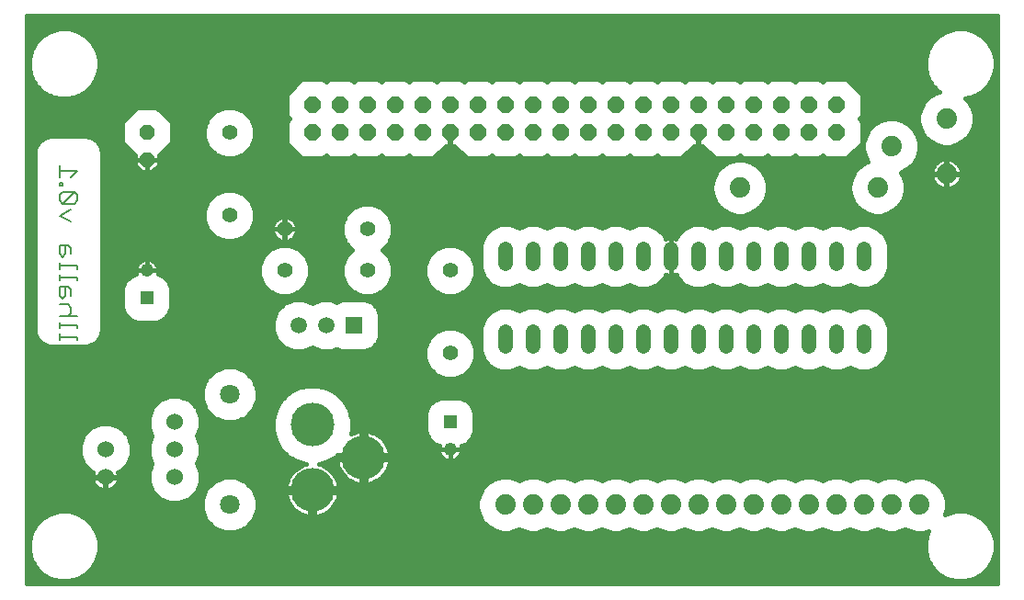
<source format=gbl>
G75*
%MOIN*%
%OFA0B0*%
%FSLAX24Y24*%
%IPPOS*%
%LPD*%
%AMOC8*
5,1,8,0,0,1.08239X$1,22.5*
%
%ADD10C,0.0060*%
%ADD11C,0.0600*%
%ADD12C,0.0554*%
%ADD13C,0.0476*%
%ADD14R,0.0476X0.0476*%
%ADD15OC8,0.0520*%
%ADD16R,0.0594X0.0594*%
%ADD17C,0.0594*%
%ADD18C,0.1580*%
%ADD19C,0.0709*%
%ADD20C,0.0520*%
%ADD21OC8,0.0600*%
%ADD22C,0.0740*%
%ADD23C,0.0160*%
%ADD24R,0.0396X0.0396*%
D10*
X002224Y008868D02*
X002010Y009081D01*
X002224Y009295D01*
X002651Y009295D01*
X002437Y009619D02*
X002437Y009833D01*
X002330Y009940D01*
X002010Y009940D01*
X002010Y009619D01*
X002117Y009513D01*
X002224Y009619D01*
X002224Y009940D01*
X002010Y010157D02*
X002010Y010371D01*
X002010Y010264D02*
X002651Y010264D01*
X002651Y010157D01*
X002651Y010587D02*
X002651Y010694D01*
X002010Y010694D01*
X002010Y010800D02*
X002010Y010587D01*
X002010Y011016D02*
X002651Y011016D01*
X002437Y011123D02*
X002437Y011337D01*
X002330Y011443D01*
X002010Y011443D01*
X002117Y011661D02*
X002224Y011768D01*
X002224Y012088D01*
X002330Y012088D02*
X002010Y012088D01*
X002010Y011768D01*
X002117Y011661D01*
X002437Y011768D02*
X002437Y011981D01*
X002330Y012088D01*
X002010Y012306D02*
X002010Y012519D01*
X002010Y012412D02*
X002651Y012412D01*
X002651Y012306D01*
X002651Y012735D02*
X002651Y012842D01*
X002010Y012842D01*
X002010Y012735D02*
X002010Y012949D01*
X002117Y013165D02*
X002224Y013272D01*
X002224Y013592D01*
X002330Y013592D02*
X002010Y013592D01*
X002010Y013272D01*
X002117Y013165D01*
X002437Y013272D02*
X002437Y013485D01*
X002330Y013592D01*
X002437Y014454D02*
X002010Y014668D01*
X002437Y014881D01*
X002544Y015099D02*
X002117Y015099D01*
X002544Y015526D01*
X002117Y015526D01*
X002010Y015419D01*
X002010Y015205D01*
X002117Y015099D01*
X002544Y015099D02*
X002651Y015205D01*
X002651Y015419D01*
X002544Y015526D01*
X002117Y015743D02*
X002117Y015850D01*
X002010Y015850D01*
X002010Y015743D01*
X002117Y015743D01*
X002010Y016065D02*
X002010Y016492D01*
X002010Y016279D02*
X002651Y016279D01*
X002437Y016065D01*
X002437Y011123D02*
X002330Y011016D01*
X002224Y008868D02*
X002651Y008868D01*
D11*
X006180Y007180D03*
X006180Y006180D03*
X006180Y005180D03*
X003680Y005180D03*
X003680Y006180D03*
D12*
X010180Y012680D03*
X010180Y014180D03*
X008180Y014680D03*
X008180Y017680D03*
X013180Y014180D03*
X013180Y012680D03*
X016180Y012680D03*
X016180Y009680D03*
D13*
X016180Y006180D03*
X005180Y012680D03*
D14*
X005180Y011680D03*
X016180Y007180D03*
D15*
X005180Y016680D03*
X005180Y017680D03*
D16*
X012680Y010680D03*
D17*
X011680Y010680D03*
X010680Y010680D03*
D18*
X011180Y007074D03*
X013030Y005893D03*
X011180Y004711D03*
D19*
X008180Y004180D03*
X008180Y008180D03*
D20*
X018180Y009920D02*
X018180Y010440D01*
X019180Y010440D02*
X019180Y009920D01*
X020180Y009920D02*
X020180Y010440D01*
X021180Y010440D02*
X021180Y009920D01*
X022180Y009920D02*
X022180Y010440D01*
X023180Y010440D02*
X023180Y009920D01*
X024180Y009920D02*
X024180Y010440D01*
X025180Y010440D02*
X025180Y009920D01*
X026180Y009920D02*
X026180Y010440D01*
X027180Y010440D02*
X027180Y009920D01*
X028180Y009920D02*
X028180Y010440D01*
X029180Y010440D02*
X029180Y009920D01*
X030180Y009920D02*
X030180Y010440D01*
X031180Y010440D02*
X031180Y009920D01*
X031180Y012920D02*
X031180Y013440D01*
X030180Y013440D02*
X030180Y012920D01*
X029180Y012920D02*
X029180Y013440D01*
X028180Y013440D02*
X028180Y012920D01*
X027180Y012920D02*
X027180Y013440D01*
X026180Y013440D02*
X026180Y012920D01*
X025180Y012920D02*
X025180Y013440D01*
X024180Y013440D02*
X024180Y012920D01*
X023180Y012920D02*
X023180Y013440D01*
X022180Y013440D02*
X022180Y012920D01*
X021180Y012920D02*
X021180Y013440D01*
X020180Y013440D02*
X020180Y012920D01*
X019180Y012920D02*
X019180Y013440D01*
X018180Y013440D02*
X018180Y012920D01*
D21*
X018180Y017680D03*
X017180Y017680D03*
X016180Y017680D03*
X015180Y017680D03*
X014180Y017680D03*
X013180Y017680D03*
X012180Y017680D03*
X011180Y017680D03*
X011180Y018680D03*
X012180Y018680D03*
X013180Y018680D03*
X014180Y018680D03*
X015180Y018680D03*
X016180Y018680D03*
X017180Y018680D03*
X018180Y018680D03*
X019180Y018680D03*
X020180Y018680D03*
X021180Y018680D03*
X022180Y018680D03*
X023180Y018680D03*
X024180Y018680D03*
X025180Y018680D03*
X026180Y018680D03*
X027180Y018680D03*
X028180Y018680D03*
X029180Y018680D03*
X030180Y018680D03*
X030180Y017680D03*
X029180Y017680D03*
X028180Y017680D03*
X027180Y017680D03*
X026180Y017680D03*
X025180Y017680D03*
X024180Y017680D03*
X023180Y017680D03*
X022180Y017680D03*
X021180Y017680D03*
X020180Y017680D03*
X019180Y017680D03*
D22*
X026680Y015680D03*
X031680Y015680D03*
X032180Y017180D03*
X034180Y016180D03*
X034180Y018180D03*
X033180Y004180D03*
X032180Y004180D03*
X031180Y004180D03*
X030180Y004180D03*
X029180Y004180D03*
X028180Y004180D03*
X027180Y004180D03*
X026180Y004180D03*
X025180Y004180D03*
X024180Y004180D03*
X023180Y004180D03*
X022180Y004180D03*
X021180Y004180D03*
X020180Y004180D03*
X019180Y004180D03*
X018180Y004180D03*
D23*
X000820Y001320D02*
X000820Y021910D01*
X036032Y021910D01*
X036032Y001320D01*
X000820Y001320D01*
X000820Y001412D02*
X002006Y001412D01*
X002013Y001410D02*
X002347Y001410D01*
X002670Y001497D01*
X002960Y001664D01*
X003196Y001900D01*
X003363Y002190D01*
X003450Y002513D01*
X003450Y002847D01*
X003363Y003170D01*
X003196Y003460D01*
X002960Y003696D01*
X002670Y003863D01*
X002347Y003950D01*
X002013Y003950D01*
X001690Y003863D01*
X001400Y003696D01*
X001164Y003460D01*
X000997Y003170D01*
X000910Y002847D01*
X000910Y002513D01*
X000997Y002190D01*
X001164Y001900D01*
X001400Y001664D01*
X001690Y001497D01*
X002013Y001410D01*
X002354Y001412D02*
X034506Y001412D01*
X034513Y001410D02*
X034847Y001410D01*
X035170Y001497D01*
X035460Y001664D01*
X035696Y001900D01*
X035863Y002190D01*
X035950Y002513D01*
X035950Y002847D01*
X035863Y003170D01*
X035696Y003460D01*
X035460Y003696D01*
X035170Y003863D01*
X034847Y003950D01*
X034513Y003950D01*
X034190Y003863D01*
X034132Y003830D01*
X034190Y004047D01*
X034190Y004313D01*
X034121Y004570D01*
X033988Y004800D01*
X033800Y004988D01*
X033570Y005121D01*
X033313Y005190D01*
X033047Y005190D01*
X032790Y005121D01*
X032680Y005058D01*
X032570Y005121D01*
X032313Y005190D01*
X032047Y005190D01*
X031790Y005121D01*
X031680Y005058D01*
X031570Y005121D01*
X031313Y005190D01*
X031047Y005190D01*
X030790Y005121D01*
X030680Y005058D01*
X030570Y005121D01*
X030313Y005190D01*
X030047Y005190D01*
X029790Y005121D01*
X029680Y005058D01*
X029570Y005121D01*
X029313Y005190D01*
X029047Y005190D01*
X028790Y005121D01*
X028680Y005058D01*
X028570Y005121D01*
X028313Y005190D01*
X028047Y005190D01*
X027790Y005121D01*
X027680Y005058D01*
X027570Y005121D01*
X027313Y005190D01*
X027047Y005190D01*
X026790Y005121D01*
X026680Y005058D01*
X026570Y005121D01*
X026313Y005190D01*
X026047Y005190D01*
X025790Y005121D01*
X025680Y005058D01*
X025570Y005121D01*
X025313Y005190D01*
X025047Y005190D01*
X024790Y005121D01*
X024680Y005058D01*
X024570Y005121D01*
X024313Y005190D01*
X024047Y005190D01*
X023790Y005121D01*
X023680Y005058D01*
X023570Y005121D01*
X023313Y005190D01*
X023047Y005190D01*
X022790Y005121D01*
X022680Y005058D01*
X022570Y005121D01*
X022313Y005190D01*
X022047Y005190D01*
X021790Y005121D01*
X021680Y005058D01*
X021570Y005121D01*
X021313Y005190D01*
X021047Y005190D01*
X020790Y005121D01*
X020680Y005058D01*
X020570Y005121D01*
X020313Y005190D01*
X020047Y005190D01*
X019790Y005121D01*
X019680Y005058D01*
X019570Y005121D01*
X019313Y005190D01*
X019047Y005190D01*
X018790Y005121D01*
X018680Y005058D01*
X018570Y005121D01*
X018313Y005190D01*
X018047Y005190D01*
X017790Y005121D01*
X017560Y004988D01*
X017372Y004800D01*
X017239Y004570D01*
X017170Y004313D01*
X017170Y004047D01*
X017239Y003790D01*
X017372Y003560D01*
X017560Y003372D01*
X017790Y003239D01*
X018047Y003170D01*
X018313Y003170D01*
X018570Y003239D01*
X018680Y003302D01*
X018790Y003239D01*
X019047Y003170D01*
X019313Y003170D01*
X019570Y003239D01*
X019680Y003302D01*
X019790Y003239D01*
X020047Y003170D01*
X020313Y003170D01*
X020570Y003239D01*
X020680Y003302D01*
X020790Y003239D01*
X021047Y003170D01*
X021313Y003170D01*
X021570Y003239D01*
X021680Y003302D01*
X021790Y003239D01*
X022047Y003170D01*
X022313Y003170D01*
X022570Y003239D01*
X022680Y003302D01*
X022790Y003239D01*
X023047Y003170D01*
X023313Y003170D01*
X023570Y003239D01*
X023680Y003302D01*
X023790Y003239D01*
X024047Y003170D01*
X024313Y003170D01*
X024570Y003239D01*
X024680Y003302D01*
X024790Y003239D01*
X025047Y003170D01*
X025313Y003170D01*
X025570Y003239D01*
X025680Y003302D01*
X025790Y003239D01*
X026047Y003170D01*
X026313Y003170D01*
X026570Y003239D01*
X026680Y003302D01*
X026790Y003239D01*
X027047Y003170D01*
X027313Y003170D01*
X027570Y003239D01*
X027680Y003302D01*
X027790Y003239D01*
X028047Y003170D01*
X028313Y003170D01*
X028570Y003239D01*
X028680Y003302D01*
X028790Y003239D01*
X029047Y003170D01*
X029313Y003170D01*
X029570Y003239D01*
X029680Y003302D01*
X029790Y003239D01*
X030047Y003170D01*
X030313Y003170D01*
X030570Y003239D01*
X030680Y003302D01*
X030790Y003239D01*
X031047Y003170D01*
X031313Y003170D01*
X031570Y003239D01*
X031680Y003302D01*
X031790Y003239D01*
X032047Y003170D01*
X032313Y003170D01*
X032570Y003239D01*
X032680Y003302D01*
X032790Y003239D01*
X033047Y003170D01*
X033313Y003170D01*
X033530Y003228D01*
X033497Y003170D01*
X033410Y002847D01*
X033410Y002513D01*
X033497Y002190D01*
X033664Y001900D01*
X033900Y001664D01*
X034190Y001497D01*
X034513Y001410D01*
X034854Y001412D02*
X036032Y001412D01*
X036032Y001570D02*
X035298Y001570D01*
X035525Y001729D02*
X036032Y001729D01*
X036032Y001887D02*
X035683Y001887D01*
X035780Y002046D02*
X036032Y002046D01*
X036032Y002204D02*
X035867Y002204D01*
X035910Y002363D02*
X036032Y002363D01*
X036032Y002521D02*
X035950Y002521D01*
X035950Y002680D02*
X036032Y002680D01*
X036032Y002839D02*
X035950Y002839D01*
X035910Y002997D02*
X036032Y002997D01*
X036032Y003156D02*
X035867Y003156D01*
X035780Y003314D02*
X036032Y003314D01*
X036032Y003473D02*
X035683Y003473D01*
X035525Y003631D02*
X036032Y003631D01*
X036032Y003790D02*
X035298Y003790D01*
X034854Y003948D02*
X036032Y003948D01*
X036032Y004107D02*
X034190Y004107D01*
X034190Y004265D02*
X036032Y004265D01*
X036032Y004424D02*
X034160Y004424D01*
X034114Y004582D02*
X036032Y004582D01*
X036032Y004741D02*
X034023Y004741D01*
X033889Y004899D02*
X036032Y004899D01*
X036032Y005058D02*
X033680Y005058D01*
X034163Y003948D02*
X034506Y003948D01*
X033493Y003156D02*
X003367Y003156D01*
X003410Y002997D02*
X033450Y002997D01*
X033410Y002839D02*
X003450Y002839D01*
X003450Y002680D02*
X033410Y002680D01*
X033410Y002521D02*
X003450Y002521D01*
X003410Y002363D02*
X033450Y002363D01*
X033493Y002204D02*
X003367Y002204D01*
X003280Y002046D02*
X033580Y002046D01*
X033677Y001887D02*
X003183Y001887D01*
X003025Y001729D02*
X033835Y001729D01*
X034062Y001570D02*
X002798Y001570D01*
X001562Y001570D02*
X000820Y001570D01*
X000820Y001729D02*
X001335Y001729D01*
X001177Y001887D02*
X000820Y001887D01*
X000820Y002046D02*
X001080Y002046D01*
X000993Y002204D02*
X000820Y002204D01*
X000820Y002363D02*
X000950Y002363D01*
X000910Y002521D02*
X000820Y002521D01*
X000820Y002680D02*
X000910Y002680D01*
X000910Y002839D02*
X000820Y002839D01*
X000820Y002997D02*
X000950Y002997D01*
X000993Y003156D02*
X000820Y003156D01*
X000820Y003314D02*
X001080Y003314D01*
X001177Y003473D02*
X000820Y003473D01*
X000820Y003631D02*
X001335Y003631D01*
X001562Y003790D02*
X000820Y003790D01*
X000820Y003948D02*
X002006Y003948D01*
X002354Y003948D02*
X007200Y003948D01*
X007186Y003982D02*
X007337Y003617D01*
X007617Y003337D01*
X007982Y003186D01*
X008378Y003186D01*
X008743Y003337D01*
X009023Y003617D01*
X009174Y003982D01*
X009174Y004378D01*
X009023Y004743D01*
X008743Y005023D01*
X008378Y005174D01*
X007982Y005174D01*
X007617Y005023D01*
X007337Y004743D01*
X007186Y004378D01*
X007186Y003982D01*
X007186Y004107D02*
X000820Y004107D01*
X000820Y004265D02*
X005933Y004265D01*
X005993Y004240D02*
X006367Y004240D01*
X006712Y004383D01*
X006977Y004648D01*
X007120Y004993D01*
X007120Y005367D01*
X006990Y005680D01*
X007120Y005993D01*
X007120Y006367D01*
X006990Y006680D01*
X007120Y006993D01*
X007120Y007367D01*
X006977Y007712D01*
X006712Y007977D01*
X006367Y008120D01*
X005993Y008120D01*
X005648Y007977D01*
X005383Y007712D01*
X005240Y007367D01*
X005240Y006993D01*
X005370Y006680D01*
X005240Y006367D01*
X005240Y005993D01*
X005370Y005680D01*
X005240Y005367D01*
X005240Y004993D01*
X005383Y004648D01*
X005648Y004383D01*
X005993Y004240D01*
X005607Y004424D02*
X000820Y004424D01*
X000820Y004582D02*
X005449Y004582D01*
X005345Y004741D02*
X003875Y004741D01*
X003864Y004735D02*
X003932Y004769D01*
X003993Y004814D01*
X004046Y004867D01*
X004091Y004928D01*
X004125Y004996D01*
X004148Y005068D01*
X004160Y005142D01*
X004160Y005160D01*
X003700Y005160D01*
X003700Y005200D01*
X004160Y005200D01*
X004160Y005218D01*
X004148Y005292D01*
X004130Y005349D01*
X004212Y005383D01*
X004477Y005648D01*
X004620Y005993D01*
X004620Y006367D01*
X004477Y006712D01*
X004212Y006977D01*
X003867Y007120D01*
X003493Y007120D01*
X003148Y006977D01*
X002883Y006712D01*
X002740Y006367D01*
X002740Y005993D01*
X002883Y005648D01*
X003148Y005383D01*
X003230Y005349D01*
X003212Y005292D01*
X003200Y005218D01*
X003200Y005200D01*
X003660Y005200D01*
X003660Y005160D01*
X003200Y005160D01*
X003200Y005142D01*
X003212Y005068D01*
X003235Y004996D01*
X003269Y004928D01*
X003314Y004867D01*
X003367Y004814D01*
X003428Y004769D01*
X003496Y004735D01*
X003568Y004712D01*
X003642Y004700D01*
X003660Y004700D01*
X003660Y005160D01*
X003700Y005160D01*
X003700Y004700D01*
X003718Y004700D01*
X003792Y004712D01*
X003864Y004735D01*
X003700Y004741D02*
X003660Y004741D01*
X003660Y004899D02*
X003700Y004899D01*
X003700Y005058D02*
X003660Y005058D01*
X003485Y004741D02*
X000820Y004741D01*
X000820Y004899D02*
X003291Y004899D01*
X003215Y005058D02*
X000820Y005058D01*
X000820Y005216D02*
X003200Y005216D01*
X003168Y005375D02*
X000820Y005375D01*
X000820Y005533D02*
X002998Y005533D01*
X002865Y005692D02*
X000820Y005692D01*
X000820Y005850D02*
X002799Y005850D01*
X002740Y006009D02*
X000820Y006009D01*
X000820Y006167D02*
X002740Y006167D01*
X002740Y006326D02*
X000820Y006326D01*
X000820Y006484D02*
X002788Y006484D01*
X002854Y006643D02*
X000820Y006643D01*
X000820Y006801D02*
X002972Y006801D01*
X003130Y006960D02*
X000820Y006960D01*
X000820Y007118D02*
X003488Y007118D01*
X003872Y007118D02*
X005240Y007118D01*
X005240Y007277D02*
X000820Y007277D01*
X000820Y007435D02*
X005268Y007435D01*
X005334Y007594D02*
X000820Y007594D01*
X000820Y007752D02*
X005423Y007752D01*
X005581Y007911D02*
X000820Y007911D01*
X000820Y008069D02*
X005870Y008069D01*
X006490Y008069D02*
X007186Y008069D01*
X007186Y007982D02*
X007337Y007617D01*
X007617Y007337D01*
X007982Y007186D01*
X008378Y007186D01*
X008743Y007337D01*
X009023Y007617D01*
X009174Y007982D01*
X009174Y008378D01*
X009023Y008743D01*
X008743Y009023D01*
X008378Y009174D01*
X007982Y009174D01*
X007617Y009023D01*
X007337Y008743D01*
X007186Y008378D01*
X007186Y007982D01*
X007215Y007911D02*
X006779Y007911D01*
X006937Y007752D02*
X007281Y007752D01*
X007360Y007594D02*
X007026Y007594D01*
X007092Y007435D02*
X007519Y007435D01*
X007763Y007277D02*
X007120Y007277D01*
X007120Y007118D02*
X009750Y007118D01*
X009750Y007262D02*
X009750Y006885D01*
X009847Y006522D01*
X010036Y006196D01*
X010302Y005929D01*
X010628Y005741D01*
X010952Y005654D01*
X010911Y005645D01*
X010808Y005609D01*
X010710Y005562D01*
X010618Y005504D01*
X010533Y005436D01*
X010456Y005359D01*
X010388Y005274D01*
X010330Y005181D01*
X010282Y005083D01*
X010246Y004980D01*
X010222Y004874D01*
X010213Y004791D01*
X011100Y004791D01*
X011100Y004631D01*
X011260Y004631D01*
X011260Y003744D01*
X011343Y003754D01*
X011449Y003778D01*
X011552Y003814D01*
X011650Y003861D01*
X011742Y003919D01*
X011827Y003987D01*
X011904Y004064D01*
X011972Y004149D01*
X012030Y004242D01*
X012078Y004340D01*
X012114Y004443D01*
X012138Y004549D01*
X012147Y004631D01*
X011260Y004631D01*
X011260Y004791D01*
X012147Y004791D01*
X012138Y004874D01*
X012114Y004980D01*
X012078Y005083D01*
X012030Y005181D01*
X011972Y005274D01*
X011904Y005359D01*
X011827Y005436D01*
X011742Y005504D01*
X011650Y005562D01*
X011552Y005609D01*
X011449Y005645D01*
X011408Y005654D01*
X011732Y005741D01*
X012058Y005929D01*
X012101Y005973D01*
X012950Y005973D01*
X012950Y006860D01*
X012868Y006850D01*
X012761Y006826D01*
X012659Y006790D01*
X012573Y006749D01*
X012610Y006885D01*
X012610Y007262D01*
X012513Y007626D01*
X012324Y007952D01*
X012058Y008218D01*
X011732Y008406D01*
X011368Y008504D01*
X010992Y008504D01*
X010628Y008406D01*
X010302Y008218D01*
X010036Y007952D01*
X009847Y007626D01*
X009750Y007262D01*
X009754Y007277D02*
X008597Y007277D01*
X008841Y007435D02*
X009796Y007435D01*
X009839Y007594D02*
X009000Y007594D01*
X009079Y007752D02*
X009920Y007752D01*
X010012Y007911D02*
X009145Y007911D01*
X009174Y008069D02*
X010153Y008069D01*
X010318Y008228D02*
X009174Y008228D01*
X009171Y008386D02*
X010593Y008386D01*
X011767Y008386D02*
X036032Y008386D01*
X036032Y008228D02*
X012042Y008228D01*
X012207Y008069D02*
X036032Y008069D01*
X036032Y007911D02*
X016830Y007911D01*
X016780Y007960D02*
X016545Y008058D01*
X015815Y008058D01*
X015580Y007960D01*
X015400Y007780D01*
X015302Y007545D01*
X015302Y006815D01*
X015400Y006580D01*
X015580Y006400D01*
X015785Y006315D01*
X015772Y006278D01*
X015762Y006213D01*
X015762Y006180D01*
X015762Y006147D01*
X015772Y006082D01*
X015793Y006020D01*
X015823Y005961D01*
X015861Y005908D01*
X015908Y005861D01*
X015961Y005823D01*
X016020Y005793D01*
X016082Y005772D01*
X016147Y005762D01*
X016180Y005762D01*
X016213Y005762D01*
X016278Y005772D01*
X016340Y005793D01*
X016399Y005823D01*
X016452Y005861D01*
X016499Y005908D01*
X016537Y005961D01*
X016567Y006020D01*
X016588Y006082D01*
X016598Y006147D01*
X016598Y006180D01*
X016598Y006213D01*
X016588Y006278D01*
X016575Y006315D01*
X016780Y006400D01*
X016960Y006580D01*
X017058Y006815D01*
X017058Y007545D01*
X016960Y007780D01*
X016780Y007960D01*
X016972Y007752D02*
X036032Y007752D01*
X036032Y007594D02*
X017038Y007594D01*
X017058Y007435D02*
X036032Y007435D01*
X036032Y007277D02*
X017058Y007277D01*
X017058Y007118D02*
X036032Y007118D01*
X036032Y006960D02*
X017058Y006960D01*
X017052Y006801D02*
X036032Y006801D01*
X036032Y006643D02*
X016986Y006643D01*
X016865Y006484D02*
X036032Y006484D01*
X036032Y006326D02*
X016601Y006326D01*
X016598Y006180D02*
X016180Y006180D01*
X016180Y006180D01*
X016180Y006180D01*
X015762Y006180D01*
X016180Y006180D01*
X016598Y006180D01*
X016598Y006167D02*
X036032Y006167D01*
X036032Y006009D02*
X016562Y006009D01*
X016437Y005850D02*
X036032Y005850D01*
X036032Y005692D02*
X013979Y005692D01*
X013988Y005730D02*
X013998Y005813D01*
X013110Y005813D01*
X013110Y005973D01*
X012950Y005973D01*
X012950Y005813D01*
X012063Y005813D01*
X012073Y005730D01*
X012097Y005624D01*
X012133Y005521D01*
X012180Y005423D01*
X012238Y005330D01*
X012306Y005245D01*
X012383Y005168D01*
X012468Y005100D01*
X012560Y005042D01*
X012659Y004995D01*
X012761Y004959D01*
X012868Y004935D01*
X012950Y004925D01*
X012950Y005813D01*
X013110Y005813D01*
X013110Y004925D01*
X013193Y004935D01*
X013299Y004959D01*
X013402Y004995D01*
X013500Y005042D01*
X013593Y005100D01*
X013678Y005168D01*
X013755Y005245D01*
X013823Y005330D01*
X013881Y005423D01*
X013928Y005521D01*
X013964Y005624D01*
X013988Y005730D01*
X013932Y005533D02*
X036032Y005533D01*
X036032Y005375D02*
X013850Y005375D01*
X013726Y005216D02*
X036032Y005216D01*
X036032Y008545D02*
X009105Y008545D01*
X009040Y008703D02*
X036032Y008703D01*
X036032Y008862D02*
X016601Y008862D01*
X016700Y008902D02*
X016958Y009160D01*
X017097Y009498D01*
X017097Y009862D01*
X016958Y010200D01*
X016700Y010458D01*
X016362Y010597D01*
X015998Y010597D01*
X015660Y010458D01*
X015402Y010200D01*
X015263Y009862D01*
X015263Y009498D01*
X015402Y009160D01*
X015660Y008902D01*
X015998Y008763D01*
X016362Y008763D01*
X016700Y008902D01*
X016817Y009020D02*
X018001Y009020D01*
X018359Y009020D01*
X018680Y009153D01*
X019001Y009020D01*
X019359Y009020D01*
X019680Y009153D01*
X020001Y009020D01*
X020359Y009020D01*
X020680Y009153D01*
X021001Y009020D01*
X021359Y009020D01*
X021680Y009153D01*
X022001Y009020D01*
X022359Y009020D01*
X022680Y009153D01*
X023001Y009020D01*
X023359Y009020D01*
X023680Y009153D01*
X024001Y009020D01*
X024359Y009020D01*
X024680Y009153D01*
X025001Y009020D01*
X025359Y009020D01*
X025680Y009153D01*
X026001Y009020D01*
X026359Y009020D01*
X026680Y009153D01*
X027001Y009020D01*
X027359Y009020D01*
X027680Y009153D01*
X028001Y009020D01*
X028359Y009020D01*
X028680Y009153D01*
X029001Y009020D01*
X029359Y009020D01*
X029680Y009153D01*
X030001Y009020D01*
X030359Y009020D01*
X030680Y009153D01*
X031001Y009020D01*
X031359Y009020D01*
X031690Y009157D01*
X031943Y009410D01*
X032080Y009741D01*
X032080Y010619D01*
X031943Y010950D01*
X031690Y011203D01*
X031359Y011340D01*
X031001Y011340D01*
X030680Y011207D01*
X030359Y011340D01*
X030001Y011340D01*
X029680Y011207D01*
X029359Y011340D01*
X029001Y011340D01*
X028680Y011207D01*
X028359Y011340D01*
X028001Y011340D01*
X027680Y011207D01*
X027359Y011340D01*
X027001Y011340D01*
X026680Y011207D01*
X026359Y011340D01*
X026001Y011340D01*
X025680Y011207D01*
X025359Y011340D01*
X025001Y011340D01*
X024680Y011207D01*
X024359Y011340D01*
X024001Y011340D01*
X023680Y011207D01*
X023359Y011340D01*
X023001Y011340D01*
X022680Y011207D01*
X022359Y011340D01*
X022001Y011340D01*
X021680Y011207D01*
X021359Y011340D01*
X021001Y011340D01*
X020680Y011207D01*
X020359Y011340D01*
X020001Y011340D01*
X019680Y011207D01*
X019359Y011340D01*
X019001Y011340D01*
X018680Y011207D01*
X018359Y011340D01*
X018001Y011340D01*
X017670Y011203D01*
X017417Y010950D01*
X017280Y010619D01*
X017280Y009741D01*
X017417Y009410D01*
X017670Y009157D01*
X018001Y009020D01*
X018359Y009020D02*
X019001Y009020D01*
X019359Y009020D02*
X020001Y009020D01*
X020359Y009020D02*
X021001Y009020D01*
X021359Y009020D02*
X022001Y009020D01*
X022359Y009020D02*
X023001Y009020D01*
X023359Y009020D02*
X024001Y009020D01*
X024359Y009020D02*
X025001Y009020D01*
X025359Y009020D02*
X026001Y009020D01*
X026359Y009020D02*
X027001Y009020D01*
X027359Y009020D02*
X028001Y009020D01*
X028359Y009020D02*
X029001Y009020D01*
X029359Y009020D02*
X030001Y009020D01*
X030359Y009020D02*
X031001Y009020D01*
X031359Y009020D02*
X036032Y009020D01*
X036032Y009179D02*
X031711Y009179D01*
X031870Y009337D02*
X036032Y009337D01*
X036032Y009496D02*
X031978Y009496D01*
X032044Y009654D02*
X036032Y009654D01*
X036032Y009813D02*
X032080Y009813D01*
X032080Y009971D02*
X036032Y009971D01*
X036032Y010130D02*
X032080Y010130D01*
X032080Y010288D02*
X036032Y010288D01*
X036032Y010447D02*
X032080Y010447D01*
X032080Y010605D02*
X036032Y010605D01*
X036032Y010764D02*
X032020Y010764D01*
X031954Y010922D02*
X036032Y010922D01*
X036032Y011081D02*
X031812Y011081D01*
X031603Y011239D02*
X036032Y011239D01*
X036032Y011398D02*
X013461Y011398D01*
X013519Y011339D02*
X013339Y011519D01*
X013104Y011617D01*
X012256Y011617D01*
X012061Y011536D01*
X011866Y011617D01*
X011494Y011617D01*
X011180Y011487D01*
X010866Y011617D01*
X010494Y011617D01*
X010149Y011474D01*
X009886Y011211D01*
X009743Y010866D01*
X009743Y010494D01*
X009886Y010149D01*
X010149Y009886D01*
X010494Y009743D01*
X010866Y009743D01*
X011180Y009873D01*
X011494Y009743D01*
X011866Y009743D01*
X012061Y009824D01*
X012256Y009743D01*
X013104Y009743D01*
X013339Y009841D01*
X013519Y010021D01*
X013617Y010256D01*
X013617Y011104D01*
X013519Y011339D01*
X013561Y011239D02*
X017757Y011239D01*
X017548Y011081D02*
X013617Y011081D01*
X013617Y010922D02*
X017406Y010922D01*
X017340Y010764D02*
X013617Y010764D01*
X013617Y010605D02*
X017280Y010605D01*
X017280Y010447D02*
X016711Y010447D01*
X016869Y010288D02*
X017280Y010288D01*
X017280Y010130D02*
X016987Y010130D01*
X017052Y009971D02*
X017280Y009971D01*
X017280Y009813D02*
X017097Y009813D01*
X017097Y009654D02*
X017316Y009654D01*
X017382Y009496D02*
X017096Y009496D01*
X017031Y009337D02*
X017490Y009337D01*
X017649Y009179D02*
X016965Y009179D01*
X015759Y008862D02*
X008905Y008862D01*
X008746Y009020D02*
X015543Y009020D01*
X015395Y009179D02*
X000820Y009179D01*
X000820Y009337D02*
X015329Y009337D01*
X015264Y009496D02*
X000820Y009496D01*
X000820Y009654D02*
X015263Y009654D01*
X015263Y009813D02*
X013272Y009813D01*
X013470Y009971D02*
X015308Y009971D01*
X015373Y010130D02*
X013565Y010130D01*
X013617Y010288D02*
X015491Y010288D01*
X015649Y010447D02*
X013617Y010447D01*
X012088Y009813D02*
X012034Y009813D01*
X011326Y009813D02*
X011034Y009813D01*
X010326Y009813D02*
X000820Y009813D01*
X000820Y009971D02*
X001489Y009971D01*
X001482Y009974D02*
X001521Y009958D01*
X001561Y009944D01*
X001601Y009933D01*
X001642Y009925D01*
X001684Y009920D01*
X001726Y009917D01*
X002934Y009917D01*
X002976Y009920D01*
X003018Y009925D01*
X003059Y009933D01*
X003099Y009944D01*
X003139Y009958D01*
X003178Y009974D01*
X003215Y009992D01*
X003251Y010013D01*
X003286Y010036D01*
X003320Y010062D01*
X003351Y010090D01*
X003381Y010119D01*
X003408Y010151D01*
X003434Y010184D01*
X003457Y010219D01*
X003478Y010255D01*
X003497Y010293D01*
X003513Y010331D01*
X003526Y010371D01*
X003537Y010412D01*
X003545Y010453D01*
X003551Y010494D01*
X003553Y010536D01*
X003553Y016934D01*
X003551Y016976D01*
X003545Y017018D01*
X003537Y017059D01*
X003526Y017099D01*
X003513Y017139D01*
X003497Y017178D01*
X003478Y017215D01*
X003457Y017251D01*
X003434Y017286D01*
X003408Y017320D01*
X003381Y017351D01*
X003351Y017381D01*
X003320Y017408D01*
X003286Y017434D01*
X003251Y017457D01*
X003215Y017478D01*
X003178Y017497D01*
X003139Y017513D01*
X003099Y017526D01*
X003059Y017537D01*
X003018Y017545D01*
X002976Y017551D01*
X002934Y017553D01*
X001726Y017553D01*
X001684Y017551D01*
X001642Y017545D01*
X001601Y017537D01*
X001561Y017526D01*
X001521Y017513D01*
X001482Y017497D01*
X001445Y017478D01*
X001409Y017457D01*
X001374Y017434D01*
X001340Y017408D01*
X001309Y017381D01*
X001279Y017351D01*
X001252Y017320D01*
X001226Y017286D01*
X001203Y017251D01*
X001182Y017215D01*
X001163Y017178D01*
X001147Y017139D01*
X001134Y017099D01*
X001123Y017059D01*
X001115Y017018D01*
X001109Y016976D01*
X001107Y016934D01*
X001107Y010536D01*
X001109Y010494D01*
X001115Y010453D01*
X001123Y010412D01*
X001134Y010371D01*
X001147Y010331D01*
X001163Y010293D01*
X001182Y010255D01*
X001203Y010219D01*
X001226Y010184D01*
X001252Y010151D01*
X001279Y010119D01*
X001309Y010090D01*
X001340Y010062D01*
X001374Y010036D01*
X001409Y010013D01*
X001445Y009992D01*
X001482Y009974D01*
X001270Y010130D02*
X000820Y010130D01*
X000820Y010288D02*
X001166Y010288D01*
X001116Y010447D02*
X000820Y010447D01*
X000820Y010605D02*
X001107Y010605D01*
X001107Y010764D02*
X000820Y010764D01*
X000820Y010922D02*
X001107Y010922D01*
X001107Y011081D02*
X000820Y011081D01*
X000820Y011239D02*
X001107Y011239D01*
X001107Y011398D02*
X000820Y011398D01*
X000820Y011556D02*
X001107Y011556D01*
X001107Y011715D02*
X000820Y011715D01*
X000820Y011873D02*
X001107Y011873D01*
X001107Y012032D02*
X000820Y012032D01*
X000820Y012190D02*
X001107Y012190D01*
X001107Y012349D02*
X000820Y012349D01*
X000820Y012507D02*
X001107Y012507D01*
X001107Y012666D02*
X000820Y012666D01*
X000820Y012824D02*
X001107Y012824D01*
X001107Y012983D02*
X000820Y012983D01*
X000820Y013141D02*
X001107Y013141D01*
X001107Y013300D02*
X000820Y013300D01*
X000820Y013458D02*
X001107Y013458D01*
X001107Y013617D02*
X000820Y013617D01*
X000820Y013775D02*
X001107Y013775D01*
X001107Y013934D02*
X000820Y013934D01*
X000820Y014092D02*
X001107Y014092D01*
X001107Y014251D02*
X000820Y014251D01*
X000820Y014409D02*
X001107Y014409D01*
X001107Y014568D02*
X000820Y014568D01*
X000820Y014726D02*
X001107Y014726D01*
X001107Y014885D02*
X000820Y014885D01*
X000820Y015043D02*
X001107Y015043D01*
X001107Y015202D02*
X000820Y015202D01*
X000820Y015360D02*
X001107Y015360D01*
X001107Y015519D02*
X000820Y015519D01*
X000820Y015677D02*
X001107Y015677D01*
X001107Y015836D02*
X000820Y015836D01*
X000820Y015994D02*
X001107Y015994D01*
X001107Y016153D02*
X000820Y016153D01*
X000820Y016311D02*
X001107Y016311D01*
X001107Y016470D02*
X000820Y016470D01*
X000820Y016628D02*
X001107Y016628D01*
X001107Y016787D02*
X000820Y016787D01*
X000820Y016945D02*
X001107Y016945D01*
X001135Y017104D02*
X000820Y017104D01*
X000820Y017262D02*
X001210Y017262D01*
X001356Y017421D02*
X000820Y017421D01*
X000820Y017579D02*
X004280Y017579D01*
X004280Y017421D02*
X003304Y017421D01*
X003450Y017262D02*
X004325Y017262D01*
X004280Y017307D02*
X004740Y016847D01*
X004740Y016680D01*
X005180Y016680D01*
X005620Y016680D01*
X005620Y016847D01*
X006080Y017307D01*
X006080Y018053D01*
X005553Y018580D01*
X004807Y018580D01*
X004280Y018053D01*
X004280Y017307D01*
X004484Y017104D02*
X003525Y017104D01*
X003553Y016945D02*
X004642Y016945D01*
X004740Y016787D02*
X003553Y016787D01*
X003553Y016628D02*
X004740Y016628D01*
X004740Y016680D02*
X004740Y016498D01*
X004998Y016240D01*
X005180Y016240D01*
X005362Y016240D01*
X005620Y016498D01*
X005620Y016680D01*
X005180Y016680D01*
X005180Y016680D01*
X005180Y016680D01*
X005180Y016240D01*
X005180Y016680D01*
X005180Y016680D01*
X004740Y016680D01*
X004768Y016470D02*
X003553Y016470D01*
X003553Y016311D02*
X004927Y016311D01*
X005180Y016311D02*
X005180Y016311D01*
X005180Y016470D02*
X005180Y016470D01*
X005180Y016628D02*
X005180Y016628D01*
X005620Y016628D02*
X026316Y016628D01*
X026290Y016621D02*
X026060Y016488D01*
X025872Y016300D01*
X025739Y016070D01*
X025670Y015813D01*
X025670Y015547D01*
X025739Y015290D01*
X025872Y015060D01*
X026060Y014872D01*
X026290Y014739D01*
X026547Y014670D01*
X026813Y014670D01*
X027070Y014739D01*
X027300Y014872D01*
X027488Y015060D01*
X027621Y015290D01*
X027690Y015547D01*
X027690Y015813D01*
X027621Y016070D01*
X027488Y016300D01*
X027300Y016488D01*
X027070Y016621D01*
X026813Y016690D01*
X026547Y016690D01*
X026290Y016621D01*
X026041Y016470D02*
X005592Y016470D01*
X005433Y016311D02*
X025883Y016311D01*
X025787Y016153D02*
X003553Y016153D01*
X003553Y015994D02*
X025719Y015994D01*
X025676Y015836D02*
X003553Y015836D01*
X003553Y015677D02*
X025670Y015677D01*
X025678Y015519D02*
X008552Y015519D01*
X008700Y015458D02*
X008362Y015597D01*
X007998Y015597D01*
X007660Y015458D01*
X007402Y015200D01*
X007263Y014862D01*
X007263Y014498D01*
X007402Y014160D01*
X007660Y013902D01*
X007998Y013763D01*
X008362Y013763D01*
X008700Y013902D01*
X008958Y014160D01*
X009097Y014498D01*
X009097Y014862D01*
X008958Y015200D01*
X008700Y015458D01*
X008797Y015360D02*
X025720Y015360D01*
X025790Y015202D02*
X008956Y015202D01*
X009022Y015043D02*
X012867Y015043D01*
X012998Y015097D02*
X012660Y014958D01*
X012402Y014700D01*
X012263Y014362D01*
X012263Y013998D01*
X012402Y013660D01*
X012633Y013430D01*
X012402Y013200D01*
X012263Y012862D01*
X012263Y012498D01*
X012402Y012160D01*
X012660Y011902D01*
X012998Y011763D01*
X013362Y011763D01*
X013700Y011902D01*
X013958Y012160D01*
X014097Y012498D01*
X014097Y012862D01*
X013958Y013200D01*
X013727Y013430D01*
X013958Y013660D01*
X014097Y013998D01*
X014097Y014362D01*
X013958Y014700D01*
X013700Y014958D01*
X013362Y015097D01*
X012998Y015097D01*
X012587Y014885D02*
X009088Y014885D01*
X009097Y014726D02*
X012429Y014726D01*
X012348Y014568D02*
X010424Y014568D01*
X010420Y014571D02*
X010355Y014604D01*
X010287Y014626D01*
X010216Y014637D01*
X010189Y014637D01*
X010189Y014189D01*
X010637Y014189D01*
X010637Y014216D01*
X010626Y014287D01*
X010604Y014355D01*
X010571Y014420D01*
X010529Y014478D01*
X010478Y014529D01*
X010420Y014571D01*
X010576Y014409D02*
X012282Y014409D01*
X012263Y014251D02*
X010632Y014251D01*
X010637Y014171D02*
X010189Y014171D01*
X010189Y014189D01*
X010171Y014189D01*
X010171Y014637D01*
X010144Y014637D01*
X010073Y014626D01*
X010005Y014604D01*
X009940Y014571D01*
X009882Y014529D01*
X009831Y014478D01*
X009789Y014420D01*
X009756Y014355D01*
X009734Y014287D01*
X009723Y014216D01*
X009723Y014189D01*
X010171Y014189D01*
X010171Y014171D01*
X010189Y014171D01*
X010189Y013723D01*
X010216Y013723D01*
X010287Y013734D01*
X010355Y013756D01*
X010420Y013789D01*
X010478Y013831D01*
X010529Y013882D01*
X010571Y013940D01*
X010604Y014005D01*
X010626Y014073D01*
X010637Y014144D01*
X010637Y014171D01*
X010629Y014092D02*
X012263Y014092D01*
X012289Y013934D02*
X010566Y013934D01*
X010392Y013775D02*
X012355Y013775D01*
X012446Y013617D02*
X003553Y013617D01*
X003553Y013775D02*
X007968Y013775D01*
X007629Y013934D02*
X003553Y013934D01*
X003553Y014092D02*
X007471Y014092D01*
X007365Y014251D02*
X003553Y014251D01*
X003553Y014409D02*
X007300Y014409D01*
X007263Y014568D02*
X003553Y014568D01*
X003553Y014726D02*
X007263Y014726D01*
X007272Y014885D02*
X003553Y014885D01*
X003553Y015043D02*
X007338Y015043D01*
X007404Y015202D02*
X003553Y015202D01*
X003553Y015360D02*
X007563Y015360D01*
X007808Y015519D02*
X003553Y015519D01*
X005620Y016787D02*
X007940Y016787D01*
X007998Y016763D02*
X008362Y016763D01*
X008700Y016902D01*
X008958Y017160D01*
X009097Y017498D01*
X009097Y017862D01*
X008958Y018200D01*
X008700Y018458D01*
X008362Y018597D01*
X007998Y018597D01*
X007660Y018458D01*
X007402Y018200D01*
X007263Y017862D01*
X007263Y017498D01*
X007402Y017160D01*
X007660Y016902D01*
X007998Y016763D01*
X007618Y016945D02*
X005718Y016945D01*
X005876Y017104D02*
X007459Y017104D01*
X007360Y017262D02*
X006035Y017262D01*
X006080Y017421D02*
X007295Y017421D01*
X007263Y017579D02*
X006080Y017579D01*
X006080Y017738D02*
X007263Y017738D01*
X007277Y017896D02*
X006080Y017896D01*
X006078Y018055D02*
X007342Y018055D01*
X007416Y018213D02*
X005920Y018213D01*
X005761Y018372D02*
X007574Y018372D01*
X007835Y018530D02*
X005603Y018530D01*
X004757Y018530D02*
X000820Y018530D01*
X000820Y018372D02*
X004599Y018372D01*
X004440Y018213D02*
X000820Y018213D01*
X000820Y018055D02*
X004282Y018055D01*
X004280Y017896D02*
X000820Y017896D01*
X000820Y017738D02*
X004280Y017738D01*
X002670Y018997D02*
X002347Y018910D01*
X002013Y018910D01*
X001690Y018997D01*
X001400Y019164D01*
X000820Y019164D01*
X000820Y019006D02*
X001674Y019006D01*
X001400Y019164D02*
X001164Y019400D01*
X000997Y019690D01*
X000910Y020013D01*
X000910Y020347D01*
X000997Y020670D01*
X001164Y020960D01*
X001400Y021196D01*
X001690Y021363D01*
X002013Y021450D01*
X002347Y021450D01*
X002670Y021363D01*
X002960Y021196D01*
X003196Y020960D01*
X003363Y020670D01*
X003450Y020347D01*
X003450Y020013D01*
X003363Y019690D01*
X003196Y019400D01*
X002960Y019164D01*
X010335Y019164D01*
X010240Y019069D02*
X010240Y018291D01*
X010351Y018180D01*
X010240Y018069D01*
X010240Y017291D01*
X010791Y016740D01*
X011569Y016740D01*
X011680Y016851D01*
X011791Y016740D01*
X012569Y016740D01*
X012680Y016851D01*
X012791Y016740D01*
X013569Y016740D01*
X013680Y016851D01*
X013791Y016740D01*
X014569Y016740D01*
X014680Y016851D01*
X014791Y016740D01*
X015569Y016740D01*
X016029Y017200D01*
X016160Y017200D01*
X016160Y017660D01*
X016200Y017660D01*
X016200Y017200D01*
X016331Y017200D01*
X016791Y016740D01*
X017569Y016740D01*
X017680Y016851D01*
X017791Y016740D01*
X018569Y016740D01*
X018680Y016851D01*
X018791Y016740D01*
X019569Y016740D01*
X019680Y016851D01*
X019791Y016740D01*
X020569Y016740D01*
X020680Y016851D01*
X020791Y016740D01*
X021569Y016740D01*
X021680Y016851D01*
X021791Y016740D01*
X022569Y016740D01*
X022680Y016851D01*
X022791Y016740D01*
X023569Y016740D01*
X023680Y016851D01*
X023791Y016740D01*
X024569Y016740D01*
X025029Y017200D01*
X025160Y017200D01*
X025160Y017660D01*
X025200Y017660D01*
X025200Y017200D01*
X025331Y017200D01*
X025791Y016740D01*
X026569Y016740D01*
X026680Y016851D01*
X026791Y016740D01*
X027569Y016740D01*
X027680Y016851D01*
X027791Y016740D01*
X028569Y016740D01*
X028680Y016851D01*
X028791Y016740D01*
X029569Y016740D01*
X029680Y016851D01*
X029791Y016740D01*
X030569Y016740D01*
X031120Y017291D01*
X031120Y018069D01*
X031009Y018180D01*
X031120Y018291D01*
X031120Y019069D01*
X030569Y019620D01*
X029791Y019620D01*
X029680Y019509D01*
X029569Y019620D01*
X028791Y019620D01*
X028680Y019509D01*
X028569Y019620D01*
X027791Y019620D01*
X027680Y019509D01*
X027569Y019620D01*
X026791Y019620D01*
X026680Y019509D01*
X026569Y019620D01*
X025791Y019620D01*
X025680Y019509D01*
X025569Y019620D01*
X024791Y019620D01*
X024680Y019509D01*
X024569Y019620D01*
X023791Y019620D01*
X023680Y019509D01*
X023569Y019620D01*
X022791Y019620D01*
X022680Y019509D01*
X022569Y019620D01*
X021791Y019620D01*
X021680Y019509D01*
X021569Y019620D01*
X020791Y019620D01*
X020680Y019509D01*
X020569Y019620D01*
X019791Y019620D01*
X019680Y019509D01*
X019569Y019620D01*
X018791Y019620D01*
X018680Y019509D01*
X018569Y019620D01*
X017791Y019620D01*
X017680Y019509D01*
X017569Y019620D01*
X016791Y019620D01*
X016680Y019509D01*
X016569Y019620D01*
X015791Y019620D01*
X015680Y019509D01*
X015569Y019620D01*
X014791Y019620D01*
X014680Y019509D01*
X014569Y019620D01*
X013791Y019620D01*
X013680Y019509D01*
X013569Y019620D01*
X012791Y019620D01*
X012680Y019509D01*
X012569Y019620D01*
X011791Y019620D01*
X011680Y019509D01*
X011569Y019620D01*
X010791Y019620D01*
X010240Y019069D01*
X010240Y019006D02*
X002686Y019006D01*
X002670Y018997D02*
X002960Y019164D01*
X003118Y019323D02*
X010493Y019323D01*
X010652Y019481D02*
X003243Y019481D01*
X003334Y019640D02*
X033526Y019640D01*
X033497Y019690D02*
X033664Y019400D01*
X033900Y019164D01*
X031025Y019164D01*
X031120Y019006D02*
X033590Y019006D01*
X033560Y018988D02*
X033372Y018800D01*
X033239Y018570D01*
X033170Y018313D01*
X033170Y018047D01*
X033239Y017790D01*
X033372Y017560D01*
X033560Y017372D01*
X033790Y017239D01*
X034047Y017170D01*
X034313Y017170D01*
X034570Y017239D01*
X034800Y017372D01*
X034988Y017560D01*
X035121Y017790D01*
X035190Y018047D01*
X035190Y018313D01*
X035121Y018570D01*
X034988Y018800D01*
X034872Y018917D01*
X035170Y018997D01*
X035460Y019164D01*
X036032Y019164D01*
X036032Y019006D02*
X035186Y019006D01*
X034941Y018847D02*
X036032Y018847D01*
X036032Y018689D02*
X035053Y018689D01*
X035132Y018530D02*
X036032Y018530D01*
X036032Y018372D02*
X035174Y018372D01*
X035190Y018213D02*
X036032Y018213D01*
X036032Y018055D02*
X035190Y018055D01*
X035150Y017896D02*
X036032Y017896D01*
X036032Y017738D02*
X035091Y017738D01*
X034999Y017579D02*
X036032Y017579D01*
X036032Y017421D02*
X034849Y017421D01*
X034610Y017262D02*
X036032Y017262D01*
X036032Y017104D02*
X033190Y017104D01*
X033190Y017047D02*
X033190Y017313D01*
X033121Y017570D01*
X032988Y017800D01*
X032800Y017988D01*
X032570Y018121D01*
X032313Y018190D01*
X032047Y018190D01*
X031790Y018121D01*
X031560Y017988D01*
X031372Y017800D01*
X031239Y017570D01*
X031170Y017313D01*
X031170Y017047D01*
X031239Y016790D01*
X031330Y016632D01*
X031290Y016621D01*
X031060Y016488D01*
X030872Y016300D01*
X030739Y016070D01*
X030670Y015813D01*
X030670Y015547D01*
X030739Y015290D01*
X030872Y015060D01*
X031060Y014872D01*
X031290Y014739D01*
X031547Y014670D01*
X031813Y014670D01*
X032070Y014739D01*
X032300Y014872D01*
X032488Y015060D01*
X032621Y015290D01*
X032690Y015547D01*
X032690Y015813D01*
X032621Y016070D01*
X032530Y016228D01*
X032570Y016239D01*
X032800Y016372D01*
X032988Y016560D01*
X033121Y016790D01*
X033190Y017047D01*
X033163Y016945D02*
X036032Y016945D01*
X036032Y016787D02*
X033119Y016787D01*
X033028Y016628D02*
X033861Y016628D01*
X033892Y016650D02*
X033822Y016600D01*
X033760Y016538D01*
X033710Y016468D01*
X033670Y016391D01*
X033644Y016309D01*
X033630Y016223D01*
X033630Y016198D01*
X034162Y016198D01*
X034162Y016162D01*
X033630Y016162D01*
X033630Y016137D01*
X033644Y016051D01*
X033670Y015969D01*
X033710Y015892D01*
X033760Y015822D01*
X033822Y015760D01*
X033892Y015710D01*
X033969Y015670D01*
X034051Y015644D01*
X034137Y015630D01*
X034162Y015630D01*
X034162Y016162D01*
X034198Y016162D01*
X034198Y016198D01*
X034162Y016198D01*
X034162Y016730D01*
X034137Y016730D01*
X034051Y016716D01*
X033969Y016690D01*
X033892Y016650D01*
X033711Y016470D02*
X032898Y016470D01*
X032695Y016311D02*
X033644Y016311D01*
X033630Y016153D02*
X032573Y016153D01*
X032641Y015994D02*
X033662Y015994D01*
X033750Y015836D02*
X032684Y015836D01*
X032690Y015677D02*
X033956Y015677D01*
X034162Y015677D02*
X034198Y015677D01*
X034198Y015630D02*
X034223Y015630D01*
X034309Y015644D01*
X034391Y015670D01*
X034468Y015710D01*
X034538Y015760D01*
X034600Y015822D01*
X034650Y015892D01*
X034690Y015969D01*
X034716Y016051D01*
X034730Y016137D01*
X034730Y016162D01*
X034198Y016162D01*
X034198Y015630D01*
X034198Y015836D02*
X034162Y015836D01*
X034162Y015994D02*
X034198Y015994D01*
X034198Y016153D02*
X034162Y016153D01*
X034198Y016198D02*
X034730Y016198D01*
X034730Y016223D01*
X034716Y016309D01*
X034690Y016391D01*
X034650Y016468D01*
X034600Y016538D01*
X034538Y016600D01*
X034468Y016650D01*
X034391Y016690D01*
X034309Y016716D01*
X034223Y016730D01*
X034198Y016730D01*
X034198Y016198D01*
X034198Y016311D02*
X034162Y016311D01*
X034162Y016470D02*
X034198Y016470D01*
X034198Y016628D02*
X034162Y016628D01*
X034499Y016628D02*
X036032Y016628D01*
X036032Y016470D02*
X034649Y016470D01*
X034716Y016311D02*
X036032Y016311D01*
X036032Y016153D02*
X034730Y016153D01*
X034698Y015994D02*
X036032Y015994D01*
X036032Y015836D02*
X034610Y015836D01*
X034404Y015677D02*
X036032Y015677D01*
X036032Y015519D02*
X032682Y015519D01*
X032640Y015360D02*
X036032Y015360D01*
X036032Y015202D02*
X032570Y015202D01*
X032471Y015043D02*
X036032Y015043D01*
X036032Y014885D02*
X032313Y014885D01*
X032022Y014726D02*
X036032Y014726D01*
X036032Y014568D02*
X014012Y014568D01*
X014078Y014409D02*
X036032Y014409D01*
X036032Y014251D02*
X031575Y014251D01*
X031690Y014203D02*
X031359Y014340D01*
X031001Y014340D01*
X030680Y014207D01*
X030359Y014340D01*
X030001Y014340D01*
X029680Y014207D01*
X029359Y014340D01*
X029001Y014340D01*
X028680Y014207D01*
X028359Y014340D01*
X028001Y014340D01*
X027680Y014207D01*
X027359Y014340D01*
X027001Y014340D01*
X026680Y014207D01*
X026359Y014340D01*
X026001Y014340D01*
X025680Y014207D01*
X025359Y014340D01*
X025001Y014340D01*
X024670Y014203D01*
X024417Y013950D01*
X024370Y013837D01*
X024349Y013848D01*
X024283Y013869D01*
X024215Y013880D01*
X024180Y013880D01*
X024180Y013180D01*
X024180Y013180D01*
X024180Y012480D01*
X024215Y012480D01*
X024283Y012491D01*
X024349Y012512D01*
X024370Y012523D01*
X024417Y012410D01*
X024670Y012157D01*
X025001Y012020D01*
X025359Y012020D01*
X025680Y012153D01*
X026001Y012020D01*
X026359Y012020D01*
X026680Y012153D01*
X027001Y012020D01*
X027359Y012020D01*
X027680Y012153D01*
X028001Y012020D01*
X028359Y012020D01*
X028680Y012153D01*
X029001Y012020D01*
X029359Y012020D01*
X029680Y012153D01*
X030001Y012020D01*
X030359Y012020D01*
X030680Y012153D01*
X031001Y012020D01*
X031359Y012020D01*
X031690Y012157D01*
X031943Y012410D01*
X032080Y012741D01*
X032080Y013619D01*
X031943Y013950D01*
X031690Y014203D01*
X031801Y014092D02*
X036032Y014092D01*
X036032Y013934D02*
X031950Y013934D01*
X032015Y013775D02*
X036032Y013775D01*
X036032Y013617D02*
X032080Y013617D01*
X032080Y013458D02*
X036032Y013458D01*
X036032Y013300D02*
X032080Y013300D01*
X032080Y013141D02*
X036032Y013141D01*
X036032Y012983D02*
X032080Y012983D01*
X032080Y012824D02*
X036032Y012824D01*
X036032Y012666D02*
X032049Y012666D01*
X031983Y012507D02*
X036032Y012507D01*
X036032Y012349D02*
X031881Y012349D01*
X031723Y012190D02*
X036032Y012190D01*
X036032Y012032D02*
X031387Y012032D01*
X030973Y012032D02*
X030387Y012032D01*
X029973Y012032D02*
X029387Y012032D01*
X028973Y012032D02*
X028387Y012032D01*
X027973Y012032D02*
X027387Y012032D01*
X026973Y012032D02*
X026387Y012032D01*
X025973Y012032D02*
X025387Y012032D01*
X024973Y012032D02*
X023387Y012032D01*
X023359Y012020D02*
X023690Y012157D01*
X023943Y012410D01*
X023990Y012523D01*
X024011Y012512D01*
X024077Y012491D01*
X024145Y012480D01*
X024180Y012480D01*
X024180Y013180D01*
X024180Y013180D01*
X024180Y013880D01*
X024145Y013880D01*
X024077Y013869D01*
X024011Y013848D01*
X023990Y013837D01*
X023943Y013950D01*
X023690Y014203D01*
X023359Y014340D01*
X023001Y014340D01*
X022680Y014207D01*
X022359Y014340D01*
X022001Y014340D01*
X021680Y014207D01*
X021359Y014340D01*
X021001Y014340D01*
X020680Y014207D01*
X020359Y014340D01*
X020001Y014340D01*
X019680Y014207D01*
X019359Y014340D01*
X019001Y014340D01*
X018680Y014207D01*
X018359Y014340D01*
X018001Y014340D01*
X017670Y014203D01*
X017417Y013950D01*
X017280Y013619D01*
X017280Y012741D01*
X017417Y012410D01*
X017670Y012157D01*
X018001Y012020D01*
X018359Y012020D01*
X018680Y012153D01*
X019001Y012020D01*
X019359Y012020D01*
X019680Y012153D01*
X020001Y012020D01*
X020359Y012020D01*
X020680Y012153D01*
X021001Y012020D01*
X021359Y012020D01*
X021680Y012153D01*
X022001Y012020D01*
X022359Y012020D01*
X022680Y012153D01*
X023001Y012020D01*
X023359Y012020D01*
X022973Y012032D02*
X022387Y012032D01*
X021973Y012032D02*
X021387Y012032D01*
X020973Y012032D02*
X020387Y012032D01*
X019973Y012032D02*
X019387Y012032D01*
X018973Y012032D02*
X018387Y012032D01*
X017973Y012032D02*
X016829Y012032D01*
X016958Y012160D02*
X016700Y011902D01*
X016362Y011763D01*
X015998Y011763D01*
X015660Y011902D01*
X015402Y012160D01*
X015263Y012498D01*
X015263Y012862D01*
X015402Y013200D01*
X015660Y013458D01*
X015998Y013597D01*
X016362Y013597D01*
X016700Y013458D01*
X016958Y013200D01*
X017097Y012862D01*
X017097Y012498D01*
X016958Y012160D01*
X016970Y012190D02*
X017637Y012190D01*
X017479Y012349D02*
X017035Y012349D01*
X017097Y012507D02*
X017377Y012507D01*
X017311Y012666D02*
X017097Y012666D01*
X017097Y012824D02*
X017280Y012824D01*
X017280Y012983D02*
X017047Y012983D01*
X016982Y013141D02*
X017280Y013141D01*
X017280Y013300D02*
X016858Y013300D01*
X016698Y013458D02*
X017280Y013458D01*
X017280Y013617D02*
X013914Y013617D01*
X014005Y013775D02*
X017345Y013775D01*
X017410Y013934D02*
X014071Y013934D01*
X014097Y014092D02*
X017559Y014092D01*
X017785Y014251D02*
X014097Y014251D01*
X013931Y014726D02*
X026338Y014726D01*
X026047Y014885D02*
X013773Y014885D01*
X013493Y015043D02*
X025889Y015043D01*
X025785Y014251D02*
X025575Y014251D01*
X024785Y014251D02*
X023575Y014251D01*
X023801Y014092D02*
X024559Y014092D01*
X024410Y013934D02*
X023950Y013934D01*
X024180Y013775D02*
X024180Y013775D01*
X024180Y013617D02*
X024180Y013617D01*
X024180Y013458D02*
X024180Y013458D01*
X024180Y013300D02*
X024180Y013300D01*
X024180Y013141D02*
X024180Y013141D01*
X024180Y012983D02*
X024180Y012983D01*
X024180Y012824D02*
X024180Y012824D01*
X024180Y012666D02*
X024180Y012666D01*
X024180Y012507D02*
X024180Y012507D01*
X024333Y012507D02*
X024377Y012507D01*
X024479Y012349D02*
X023881Y012349D01*
X023983Y012507D02*
X024027Y012507D01*
X023723Y012190D02*
X024637Y012190D01*
X024603Y011239D02*
X024757Y011239D01*
X025603Y011239D02*
X025757Y011239D01*
X026603Y011239D02*
X026757Y011239D01*
X027603Y011239D02*
X027757Y011239D01*
X028603Y011239D02*
X028757Y011239D01*
X029603Y011239D02*
X029757Y011239D01*
X030603Y011239D02*
X030757Y011239D01*
X030785Y014251D02*
X030575Y014251D01*
X029785Y014251D02*
X029575Y014251D01*
X028785Y014251D02*
X028575Y014251D01*
X027785Y014251D02*
X027575Y014251D01*
X027313Y014885D02*
X031047Y014885D01*
X030889Y015043D02*
X027471Y015043D01*
X027570Y015202D02*
X030790Y015202D01*
X030720Y015360D02*
X027640Y015360D01*
X027682Y015519D02*
X030678Y015519D01*
X030670Y015677D02*
X027690Y015677D01*
X027684Y015836D02*
X030676Y015836D01*
X030719Y015994D02*
X027641Y015994D01*
X027573Y016153D02*
X030787Y016153D01*
X030883Y016311D02*
X027477Y016311D01*
X027319Y016470D02*
X031041Y016470D01*
X031316Y016628D02*
X027044Y016628D01*
X026744Y016787D02*
X026616Y016787D01*
X027616Y016787D02*
X027744Y016787D01*
X028616Y016787D02*
X028744Y016787D01*
X029616Y016787D02*
X029744Y016787D01*
X030616Y016787D02*
X031241Y016787D01*
X031197Y016945D02*
X030774Y016945D01*
X030933Y017104D02*
X031170Y017104D01*
X031170Y017262D02*
X031091Y017262D01*
X031120Y017421D02*
X031199Y017421D01*
X031244Y017579D02*
X031120Y017579D01*
X031120Y017738D02*
X031336Y017738D01*
X031468Y017896D02*
X031120Y017896D01*
X031120Y018055D02*
X031675Y018055D01*
X031120Y018372D02*
X033186Y018372D01*
X033170Y018213D02*
X031042Y018213D01*
X031120Y018530D02*
X033228Y018530D01*
X033307Y018689D02*
X031120Y018689D01*
X031120Y018847D02*
X033419Y018847D01*
X033560Y018988D02*
X033790Y019121D01*
X033916Y019155D01*
X033900Y019164D01*
X033742Y019323D02*
X030867Y019323D01*
X030708Y019481D02*
X033617Y019481D01*
X033497Y019690D02*
X033410Y020013D01*
X033410Y020347D01*
X033497Y020670D01*
X033664Y020960D01*
X033900Y021196D01*
X034190Y021363D01*
X034513Y021450D01*
X034847Y021450D01*
X035170Y021363D01*
X035460Y021196D01*
X035696Y020960D01*
X035863Y020670D01*
X035950Y020347D01*
X035950Y020013D01*
X035863Y019690D01*
X035696Y019400D01*
X035460Y019164D01*
X035618Y019323D02*
X036032Y019323D01*
X036032Y019481D02*
X035743Y019481D01*
X035834Y019640D02*
X036032Y019640D01*
X036032Y019798D02*
X035892Y019798D01*
X035935Y019957D02*
X036032Y019957D01*
X036032Y020115D02*
X035950Y020115D01*
X035950Y020274D02*
X036032Y020274D01*
X036032Y020432D02*
X035927Y020432D01*
X035885Y020591D02*
X036032Y020591D01*
X036032Y020749D02*
X035818Y020749D01*
X035726Y020908D02*
X036032Y020908D01*
X036032Y021066D02*
X035590Y021066D01*
X035411Y021225D02*
X036032Y021225D01*
X036032Y021383D02*
X035097Y021383D01*
X036032Y021542D02*
X000820Y021542D01*
X000820Y021700D02*
X036032Y021700D01*
X036032Y021859D02*
X000820Y021859D01*
X000820Y021383D02*
X001763Y021383D01*
X001449Y021225D02*
X000820Y021225D01*
X000820Y021066D02*
X001270Y021066D01*
X001134Y020908D02*
X000820Y020908D01*
X000820Y020749D02*
X001042Y020749D01*
X000975Y020591D02*
X000820Y020591D01*
X000820Y020432D02*
X000933Y020432D01*
X000910Y020274D02*
X000820Y020274D01*
X000820Y020115D02*
X000910Y020115D01*
X000925Y019957D02*
X000820Y019957D01*
X000820Y019798D02*
X000968Y019798D01*
X001026Y019640D02*
X000820Y019640D01*
X000820Y019481D02*
X001117Y019481D01*
X001242Y019323D02*
X000820Y019323D01*
X000820Y018847D02*
X010240Y018847D01*
X010240Y018689D02*
X000820Y018689D01*
X003392Y019798D02*
X033468Y019798D01*
X033425Y019957D02*
X003435Y019957D01*
X003450Y020115D02*
X033410Y020115D01*
X033410Y020274D02*
X003450Y020274D01*
X003427Y020432D02*
X033433Y020432D01*
X033475Y020591D02*
X003385Y020591D01*
X003318Y020749D02*
X033542Y020749D01*
X033634Y020908D02*
X003226Y020908D01*
X003090Y021066D02*
X033770Y021066D01*
X033949Y021225D02*
X002911Y021225D01*
X002597Y021383D02*
X034263Y021383D01*
X033170Y018055D02*
X032685Y018055D01*
X032892Y017896D02*
X033210Y017896D01*
X033269Y017738D02*
X033024Y017738D01*
X033116Y017579D02*
X033361Y017579D01*
X033511Y017421D02*
X033161Y017421D01*
X033190Y017262D02*
X033750Y017262D01*
X031338Y014726D02*
X027022Y014726D01*
X026785Y014251D02*
X026575Y014251D01*
X025744Y016787D02*
X024616Y016787D01*
X024774Y016945D02*
X025586Y016945D01*
X025427Y017104D02*
X024933Y017104D01*
X025160Y017262D02*
X025200Y017262D01*
X025200Y017421D02*
X025160Y017421D01*
X025160Y017579D02*
X025200Y017579D01*
X023744Y016787D02*
X023616Y016787D01*
X022744Y016787D02*
X022616Y016787D01*
X021744Y016787D02*
X021616Y016787D01*
X020744Y016787D02*
X020616Y016787D01*
X019744Y016787D02*
X019616Y016787D01*
X018744Y016787D02*
X018616Y016787D01*
X017744Y016787D02*
X017616Y016787D01*
X016744Y016787D02*
X015616Y016787D01*
X015774Y016945D02*
X016586Y016945D01*
X016427Y017104D02*
X015933Y017104D01*
X016160Y017262D02*
X016200Y017262D01*
X016200Y017421D02*
X016160Y017421D01*
X016160Y017579D02*
X016200Y017579D01*
X014744Y016787D02*
X014616Y016787D01*
X013744Y016787D02*
X013616Y016787D01*
X012744Y016787D02*
X012616Y016787D01*
X011744Y016787D02*
X011616Y016787D01*
X010744Y016787D02*
X008420Y016787D01*
X008742Y016945D02*
X010586Y016945D01*
X010427Y017104D02*
X008901Y017104D01*
X009000Y017262D02*
X010269Y017262D01*
X010240Y017421D02*
X009065Y017421D01*
X009097Y017579D02*
X010240Y017579D01*
X010240Y017738D02*
X009097Y017738D01*
X009083Y017896D02*
X010240Y017896D01*
X010240Y018055D02*
X009018Y018055D01*
X008944Y018213D02*
X010318Y018213D01*
X010240Y018372D02*
X008786Y018372D01*
X008525Y018530D02*
X010240Y018530D01*
X010171Y014568D02*
X010189Y014568D01*
X010189Y014409D02*
X010171Y014409D01*
X010171Y014251D02*
X010189Y014251D01*
X010171Y014171D02*
X009723Y014171D01*
X009723Y014144D01*
X009734Y014073D01*
X009756Y014005D01*
X009789Y013940D01*
X009831Y013882D01*
X009882Y013831D01*
X009940Y013789D01*
X010005Y013756D01*
X010073Y013734D01*
X010144Y013723D01*
X010171Y013723D01*
X010171Y014171D01*
X010171Y014092D02*
X010189Y014092D01*
X010189Y013934D02*
X010171Y013934D01*
X010171Y013775D02*
X010189Y013775D01*
X009968Y013775D02*
X008392Y013775D01*
X008731Y013934D02*
X009794Y013934D01*
X009731Y014092D02*
X008889Y014092D01*
X008995Y014251D02*
X009728Y014251D01*
X009784Y014409D02*
X009060Y014409D01*
X009097Y014568D02*
X009936Y014568D01*
X009998Y013597D02*
X009660Y013458D01*
X009402Y013200D01*
X009263Y012862D01*
X009263Y012498D01*
X009402Y012160D01*
X009660Y011902D01*
X009998Y011763D01*
X010362Y011763D01*
X010700Y011902D01*
X010958Y012160D01*
X011097Y012498D01*
X011097Y012862D01*
X010958Y013200D01*
X010700Y013458D01*
X010362Y013597D01*
X009998Y013597D01*
X009662Y013458D02*
X003553Y013458D01*
X003553Y013300D02*
X009502Y013300D01*
X009378Y013141D02*
X003553Y013141D01*
X003553Y012983D02*
X004892Y012983D01*
X004908Y012999D02*
X004861Y012952D01*
X004823Y012899D01*
X004793Y012840D01*
X004772Y012778D01*
X004762Y012713D01*
X004762Y012680D01*
X004762Y012647D01*
X004772Y012582D01*
X004785Y012545D01*
X004580Y012460D01*
X004400Y012280D01*
X004302Y012045D01*
X004302Y011315D01*
X004400Y011080D01*
X004580Y010900D01*
X004815Y010802D01*
X005545Y010802D01*
X005780Y010900D01*
X005960Y011080D01*
X006058Y011315D01*
X006058Y012045D01*
X005960Y012280D01*
X005780Y012460D01*
X005575Y012545D01*
X005588Y012582D01*
X005598Y012647D01*
X005598Y012680D01*
X005598Y012713D01*
X005588Y012778D01*
X005567Y012840D01*
X005537Y012899D01*
X005499Y012952D01*
X005452Y012999D01*
X005399Y013037D01*
X005340Y013067D01*
X005278Y013088D01*
X005213Y013098D01*
X005180Y013098D01*
X005147Y013098D01*
X005082Y013088D01*
X005020Y013067D01*
X004961Y013037D01*
X004908Y012999D01*
X004787Y012824D02*
X003553Y012824D01*
X003553Y012666D02*
X004762Y012666D01*
X004762Y012680D02*
X005180Y012680D01*
X005180Y012680D01*
X005180Y013098D01*
X005180Y012680D01*
X005598Y012680D01*
X005180Y012680D01*
X005180Y012680D01*
X005180Y012680D01*
X004762Y012680D01*
X004692Y012507D02*
X003553Y012507D01*
X003553Y012349D02*
X004468Y012349D01*
X004362Y012190D02*
X003553Y012190D01*
X003553Y012032D02*
X004302Y012032D01*
X004302Y011873D02*
X003553Y011873D01*
X003553Y011715D02*
X004302Y011715D01*
X004302Y011556D02*
X003553Y011556D01*
X003553Y011398D02*
X004302Y011398D01*
X004334Y011239D02*
X003553Y011239D01*
X003553Y011081D02*
X004399Y011081D01*
X004557Y010922D02*
X003553Y010922D01*
X003553Y010764D02*
X009743Y010764D01*
X009743Y010605D02*
X003553Y010605D01*
X003544Y010447D02*
X009763Y010447D01*
X009828Y010288D02*
X003494Y010288D01*
X003390Y010130D02*
X009906Y010130D01*
X010064Y009971D02*
X003171Y009971D01*
X000820Y009020D02*
X007614Y009020D01*
X007455Y008862D02*
X000820Y008862D01*
X000820Y008703D02*
X007320Y008703D01*
X007255Y008545D02*
X000820Y008545D01*
X000820Y008386D02*
X007189Y008386D01*
X007186Y008228D02*
X000820Y008228D01*
X004230Y006960D02*
X005254Y006960D01*
X005320Y006801D02*
X004388Y006801D01*
X004506Y006643D02*
X005354Y006643D01*
X005288Y006484D02*
X004572Y006484D01*
X004620Y006326D02*
X005240Y006326D01*
X005240Y006167D02*
X004620Y006167D01*
X004620Y006009D02*
X005240Y006009D01*
X005299Y005850D02*
X004561Y005850D01*
X004495Y005692D02*
X005365Y005692D01*
X005309Y005533D02*
X004362Y005533D01*
X004192Y005375D02*
X005243Y005375D01*
X005240Y005216D02*
X004160Y005216D01*
X004145Y005058D02*
X005240Y005058D01*
X005279Y004899D02*
X004069Y004899D01*
X002798Y003790D02*
X007265Y003790D01*
X007331Y003631D02*
X003025Y003631D01*
X003183Y003473D02*
X007481Y003473D01*
X007672Y003314D02*
X003280Y003314D01*
X006427Y004265D02*
X007186Y004265D01*
X007205Y004424D02*
X006753Y004424D01*
X006911Y004582D02*
X007270Y004582D01*
X007336Y004741D02*
X007015Y004741D01*
X007081Y004899D02*
X007493Y004899D01*
X007700Y005058D02*
X007120Y005058D01*
X007120Y005216D02*
X010351Y005216D01*
X010273Y005058D02*
X008660Y005058D01*
X008867Y004899D02*
X010228Y004899D01*
X010213Y004631D02*
X010222Y004549D01*
X010246Y004443D01*
X010282Y004340D01*
X010330Y004242D01*
X010388Y004149D01*
X010456Y004064D01*
X010533Y003987D01*
X010618Y003919D01*
X010710Y003861D01*
X010808Y003814D01*
X010911Y003778D01*
X011017Y003754D01*
X011100Y003744D01*
X011100Y004631D01*
X010213Y004631D01*
X010218Y004582D02*
X009090Y004582D01*
X009155Y004424D02*
X010253Y004424D01*
X010318Y004265D02*
X009174Y004265D01*
X009174Y004107D02*
X010422Y004107D01*
X010582Y003948D02*
X009160Y003948D01*
X009095Y003790D02*
X010878Y003790D01*
X011100Y003790D02*
X011260Y003790D01*
X011260Y003948D02*
X011100Y003948D01*
X011100Y004107D02*
X011260Y004107D01*
X011260Y004265D02*
X011100Y004265D01*
X011100Y004424D02*
X011260Y004424D01*
X011260Y004582D02*
X011100Y004582D01*
X011100Y004741D02*
X009024Y004741D01*
X010471Y005375D02*
X007117Y005375D01*
X007051Y005533D02*
X010664Y005533D01*
X010813Y005692D02*
X006995Y005692D01*
X007061Y005850D02*
X010440Y005850D01*
X010223Y006009D02*
X007120Y006009D01*
X007120Y006167D02*
X010064Y006167D01*
X009961Y006326D02*
X007120Y006326D01*
X007072Y006484D02*
X009869Y006484D01*
X009815Y006643D02*
X007006Y006643D01*
X007040Y006801D02*
X009773Y006801D01*
X009750Y006960D02*
X007106Y006960D01*
X011260Y004741D02*
X017337Y004741D01*
X017246Y004582D02*
X012142Y004582D01*
X012107Y004424D02*
X017200Y004424D01*
X017170Y004265D02*
X012042Y004265D01*
X011938Y004107D02*
X017170Y004107D01*
X017197Y003948D02*
X011778Y003948D01*
X011482Y003790D02*
X017239Y003790D01*
X017331Y003631D02*
X009029Y003631D01*
X008879Y003473D02*
X017459Y003473D01*
X017660Y003314D02*
X008688Y003314D01*
X011696Y005533D02*
X012129Y005533D01*
X012081Y005692D02*
X011547Y005692D01*
X011920Y005850D02*
X012950Y005850D01*
X012950Y005692D02*
X013110Y005692D01*
X013110Y005850D02*
X015923Y005850D01*
X015798Y006009D02*
X013993Y006009D01*
X013998Y005973D02*
X013988Y006055D01*
X013964Y006162D01*
X013928Y006264D01*
X013881Y006363D01*
X013823Y006455D01*
X013755Y006540D01*
X013678Y006617D01*
X013593Y006685D01*
X013500Y006743D01*
X013402Y006790D01*
X013299Y006826D01*
X013193Y006850D01*
X013110Y006860D01*
X013110Y005973D01*
X013998Y005973D01*
X013962Y006167D02*
X015762Y006167D01*
X015759Y006326D02*
X013899Y006326D01*
X013799Y006484D02*
X015495Y006484D01*
X015374Y006643D02*
X013646Y006643D01*
X013371Y006801D02*
X015308Y006801D01*
X015302Y006960D02*
X012610Y006960D01*
X012610Y007118D02*
X015302Y007118D01*
X015302Y007277D02*
X012606Y007277D01*
X012564Y007435D02*
X015302Y007435D01*
X015322Y007594D02*
X012521Y007594D01*
X012440Y007752D02*
X015388Y007752D01*
X015530Y007911D02*
X012348Y007911D01*
X012587Y006801D02*
X012690Y006801D01*
X012950Y006801D02*
X013110Y006801D01*
X013110Y006643D02*
X012950Y006643D01*
X012950Y006484D02*
X013110Y006484D01*
X013110Y006326D02*
X012950Y006326D01*
X012950Y006167D02*
X013110Y006167D01*
X013110Y006009D02*
X012950Y006009D01*
X012950Y005533D02*
X013110Y005533D01*
X013110Y005375D02*
X012950Y005375D01*
X012950Y005216D02*
X013110Y005216D01*
X013110Y005058D02*
X012950Y005058D01*
X012536Y005058D02*
X012087Y005058D01*
X012132Y004899D02*
X017471Y004899D01*
X017680Y005058D02*
X013525Y005058D01*
X012335Y005216D02*
X012009Y005216D01*
X011889Y005375D02*
X012210Y005375D01*
X016180Y005762D02*
X016180Y006180D01*
X016180Y005762D01*
X016180Y005850D02*
X016180Y005850D01*
X016180Y006009D02*
X016180Y006009D01*
X016180Y006167D02*
X016180Y006167D01*
X016180Y006180D02*
X016180Y006180D01*
X009766Y010922D02*
X005803Y010922D01*
X005961Y011081D02*
X009832Y011081D01*
X009914Y011239D02*
X006026Y011239D01*
X006058Y011398D02*
X010073Y011398D01*
X010347Y011556D02*
X006058Y011556D01*
X006058Y011715D02*
X036032Y011715D01*
X036032Y011873D02*
X016628Y011873D01*
X015732Y011873D02*
X013628Y011873D01*
X013829Y012032D02*
X015531Y012032D01*
X015390Y012190D02*
X013970Y012190D01*
X014035Y012349D02*
X015325Y012349D01*
X015263Y012507D02*
X014097Y012507D01*
X014097Y012666D02*
X015263Y012666D01*
X015263Y012824D02*
X014097Y012824D01*
X014047Y012983D02*
X015313Y012983D01*
X015378Y013141D02*
X013982Y013141D01*
X013858Y013300D02*
X015502Y013300D01*
X015662Y013458D02*
X013755Y013458D01*
X012605Y013458D02*
X010698Y013458D01*
X010858Y013300D02*
X012502Y013300D01*
X012378Y013141D02*
X010982Y013141D01*
X011047Y012983D02*
X012313Y012983D01*
X012263Y012824D02*
X011097Y012824D01*
X011097Y012666D02*
X012263Y012666D01*
X012263Y012507D02*
X011097Y012507D01*
X011035Y012349D02*
X012325Y012349D01*
X012390Y012190D02*
X010970Y012190D01*
X010829Y012032D02*
X012531Y012032D01*
X012732Y011873D02*
X010628Y011873D01*
X011013Y011556D02*
X011347Y011556D01*
X012013Y011556D02*
X012109Y011556D01*
X013251Y011556D02*
X036032Y011556D01*
X023757Y011239D02*
X023603Y011239D01*
X022757Y011239D02*
X022603Y011239D01*
X021757Y011239D02*
X021603Y011239D01*
X020757Y011239D02*
X020603Y011239D01*
X019757Y011239D02*
X019603Y011239D01*
X018757Y011239D02*
X018603Y011239D01*
X018575Y014251D02*
X018785Y014251D01*
X019575Y014251D02*
X019785Y014251D01*
X020575Y014251D02*
X020785Y014251D01*
X021575Y014251D02*
X021785Y014251D01*
X022575Y014251D02*
X022785Y014251D01*
X009732Y011873D02*
X006058Y011873D01*
X006058Y012032D02*
X009531Y012032D01*
X009390Y012190D02*
X005998Y012190D01*
X005892Y012349D02*
X009325Y012349D01*
X009263Y012507D02*
X005668Y012507D01*
X005598Y012666D02*
X009263Y012666D01*
X009263Y012824D02*
X005573Y012824D01*
X005468Y012983D02*
X009313Y012983D01*
X005180Y012983D02*
X005180Y012983D01*
X005180Y012824D02*
X005180Y012824D01*
D24*
X002680Y009180D03*
X015680Y003680D03*
X017180Y015680D03*
X024680Y015680D03*
X035180Y011680D03*
X007180Y019680D03*
M02*

</source>
